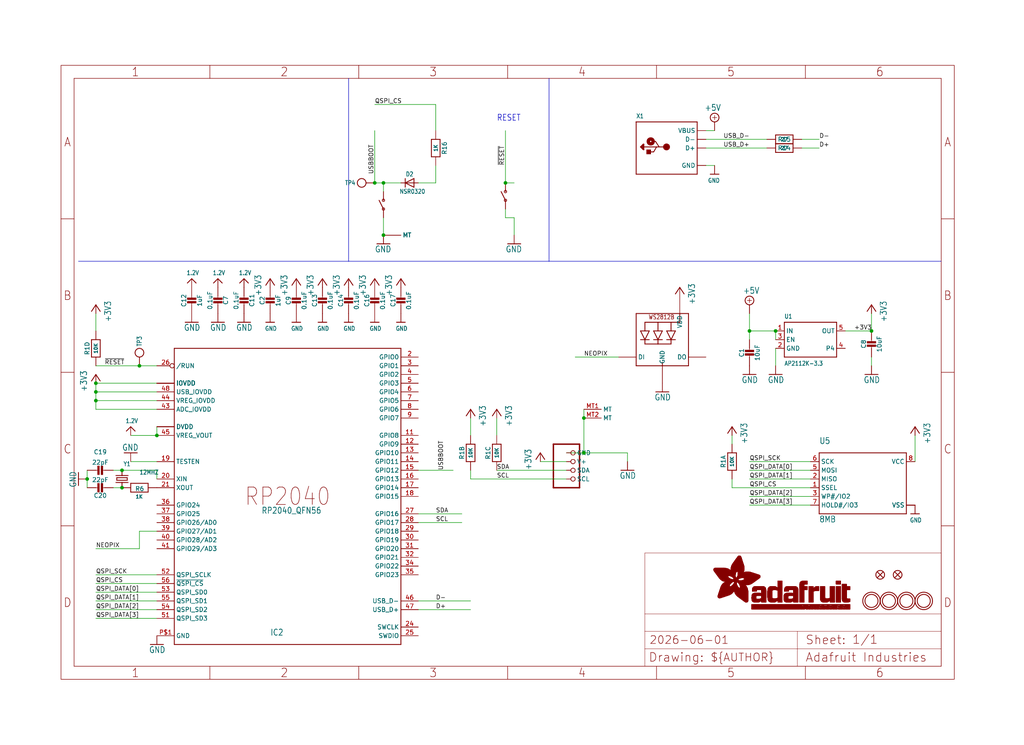
<source format=kicad_sch>
(kicad_sch (version 20230121) (generator eeschema)
  (paper "User" 298.45 217.322)
  (lib_symbols
    (symbol "working-eagle-import:+3V3" (power)
      (property "Value" "+3V3" (at -2.54 -5.08 90))
      (symbol "+3V3_1_0"
        (pin power_in line (at 0 -2.54 90) (length 2.54) (name "+3V3") (number "1"))
      )
    )
    (symbol "working-eagle-import:+5V" (power)
      (property "Value" "+5V" (at -1.905 3.175 0))
      (symbol "+5V_1_0"
        (pin power_in line (at 0 -2.54 90) (length 2.54) (name "+5V") (number "1"))
      )
    )
    (symbol "working-eagle-import:1.2V" (power)
      (property "Value" "1.2V" (at -1.524 1.016 0))
      (symbol "1.2V_1_0"
        (pin power_in line (at 0 -2.54 90) (length 2.54) (name "1.2V") (number "1"))
      )
    )
    (symbol "working-eagle-import:CAP_CERAMIC0603_NO"
      (property "Reference" "C" (at -2.29 1.25 90))
      (symbol "CAP_CERAMIC0603_NO_1_0"
        (pin passive line (at 0 5.08 270) (length 2.54) (name "1") (number "1"))
        (pin passive line (at 0 -2.54 90) (length 2.54) (name "2") (number "2"))
      )
    )
    (symbol "working-eagle-import:CAP_CERAMIC0805-NOOUTLINE"
      (property "Reference" "C" (at -2.29 1.25 90))
      (symbol "CAP_CERAMIC0805-NOOUTLINE_1_0"
        (pin passive line (at 0 5.08 270) (length 2.54) (name "1") (number "1"))
        (pin passive line (at 0 -2.54 90) (length 2.54) (name "2") (number "2"))
      )
    )
    (symbol "working-eagle-import:CAP_CERAMIC_0603MP"
      (property "Reference" "C" (at -2.29 1.25 90))
      (symbol "CAP_CERAMIC_0603MP_1_0"
        (pin passive line (at 0 5.08 270) (length 2.54) (name "1") (number "1"))
        (pin passive line (at 0 -2.54 90) (length 2.54) (name "2") (number "2"))
      )
    )
    (symbol "working-eagle-import:CRYSTAL2.5X2.0"
      (property "Reference" "Y" (at -2.54 2.54 0))
      (symbol "CRYSTAL2.5X2.0_1_0"
        (pin passive line (at -2.54 0 0) (length 0) (name "1") (number "1"))
        (pin passive line (at 2.54 0 180) (length 0) (name "2") (number "3"))
      )
    )
    (symbol "working-eagle-import:DIODE_SOD323MINI"
      (property "Reference" "D" (at 0 2.54 0))
      (symbol "DIODE_SOD323MINI_1_0"
        (pin passive line (at -2.54 0 0) (length 2.54) (name "A") (number "A"))
        (pin passive line (at 2.54 0 180) (length 2.54) (name "C") (number "C"))
      )
    )
    (symbol "working-eagle-import:FIDUCIAL_1MM")
    (symbol "working-eagle-import:FRAME_A4_ADAFRUIT"
      (symbol "FRAME_A4_ADAFRUIT_1_0"
        (text "${#}/${##}" (at 230.505 10.16 0) (effects (font (size 2.54 2.54)) (justify left bottom)))
        (text "${AUTHOR}" (at 189.23 5.08 0) (effects (font (size 2.286 2.286)) (justify left bottom)))
        (text "${CURRENT_DATE}" (at 171.45 10.16 0) (effects (font (size 2.286 2.286)) (justify left bottom)))
        (text "${PROJECTNAME}" (at 171.45 15.24 0) (effects (font (size 2.54 2.54)) (justify left bottom)))
        (text "1" (at 21.6958 1.905 0) (effects (font (size 2.54 2.286))))
        (text "1" (at 21.6958 177.165 0) (effects (font (size 2.54 2.286))))
        (text "2" (at 65.0875 1.905 0) (effects (font (size 2.54 2.286))))
        (text "2" (at 65.0875 177.165 0) (effects (font (size 2.54 2.286))))
        (text "3" (at 108.4792 1.905 0) (effects (font (size 2.54 2.286))))
        (text "3" (at 108.4792 177.165 0) (effects (font (size 2.54 2.286))))
        (text "4" (at 151.8708 1.905 0) (effects (font (size 2.54 2.286))))
        (text "4" (at 151.8708 177.165 0) (effects (font (size 2.54 2.286))))
        (text "5" (at 195.2625 1.905 0) (effects (font (size 2.54 2.286))))
        (text "5" (at 195.2625 177.165 0) (effects (font (size 2.54 2.286))))
        (text "6" (at 238.6542 1.905 0) (effects (font (size 2.54 2.286))))
        (text "6" (at 238.6542 177.165 0) (effects (font (size 2.54 2.286))))
        (text "A" (at 1.905 156.6863 0) (effects (font (size 2.54 2.286))))
        (text "A" (at 258.445 156.6863 0) (effects (font (size 2.54 2.286))))
        (text "Adafruit Industries" (at 216.916 4.953 0) (effects (font (size 2.54 2.54)) (justify left bottom)))
        (text "B" (at 1.905 111.9188 0) (effects (font (size 2.54 2.286))))
        (text "B" (at 258.445 111.9188 0) (effects (font (size 2.54 2.286))))
        (text "C" (at 1.905 67.1513 0) (effects (font (size 2.54 2.286))))
        (text "C" (at 258.445 67.1513 0) (effects (font (size 2.54 2.286))))
        (text "D" (at 1.905 22.3838 0) (effects (font (size 2.54 2.286))))
        (text "D" (at 258.445 22.3838 0) (effects (font (size 2.54 2.286))))
        (text "Drawing:" (at 171.196 4.953 0) (effects (font (size 2.54 2.54)) (justify left bottom)))
        (text "Sheet:" (at 216.916 10.033 0) (effects (font (size 2.54 2.54)) (justify left bottom)))
      )
    )
    (symbol "working-eagle-import:GND" (power)
      (property "Value" "GND" (at -2.54 -2.54 0))
      (symbol "GND_1_0"
        (pin power_in line (at 0 2.54 270) (length 2.54) (name "GND") (number "1"))
      )
    )
    (symbol "working-eagle-import:MOUNTINGHOLE2.5")
    (symbol "working-eagle-import:RESISTOR_0603_NOOUT"
      (property "Reference" "R" (at 0 2.54 0))
      (symbol "RESISTOR_0603_NOOUT_1_0"
        (pin passive line (at -5.08 0 0) (length 2.54) (name "1") (number "1"))
        (pin passive line (at 5.08 0 180) (length 2.54) (name "2") (number "2"))
      )
    )
    (symbol "working-eagle-import:RESISTOR_4PACK"
      (property "Reference" "R" (at 0 2.54 0))
      (symbol "RESISTOR_4PACK_1_0"
        (pin passive line (at -5.08 0 0) (length 2.54) (name "1") (number "1"))
        (pin passive line (at 5.08 0 180) (length 2.54) (name "2") (number "8"))
      )
      (symbol "RESISTOR_4PACK_2_0"
        (pin passive line (at -5.08 0 0) (length 2.54) (name "1") (number "2"))
        (pin passive line (at 5.08 0 180) (length 2.54) (name "2") (number "7"))
      )
      (symbol "RESISTOR_4PACK_3_0"
        (pin passive line (at -5.08 0 0) (length 2.54) (name "1") (number "3"))
        (pin passive line (at 5.08 0 180) (length 2.54) (name "2") (number "6"))
      )
      (symbol "RESISTOR_4PACK_4_0"
        (pin passive line (at -5.08 0 0) (length 2.54) (name "1") (number "4"))
        (pin passive line (at 5.08 0 180) (length 2.54) (name "2") (number "5"))
      )
    )
    (symbol "working-eagle-import:RP2040_QFN56"
      (property "Reference" "IC" (at -5.08 -40.64 0))
      (symbol "RP2040_QFN56_1_0"
        (text "RP2040" (at 0 0 0) (effects (font (size 5.08 4.318))))
        (pin power_in line (at -38.1 33.02 0) (length 5.08) (name "IOVDD") (number "1"))
        (pin power_in line (at -38.1 33.02 0) (length 5.08) (name "IOVDD") (number "10"))
        (pin bidirectional line (at 38.1 17.78 180) (length 5.08) (name "GPIO8") (number "11"))
        (pin bidirectional line (at 38.1 15.24 180) (length 5.08) (name "GPIO9") (number "12"))
        (pin bidirectional line (at 38.1 12.7 180) (length 5.08) (name "GPIO10") (number "13"))
        (pin bidirectional line (at 38.1 10.16 180) (length 5.08) (name "GPIO11") (number "14"))
        (pin bidirectional line (at 38.1 7.62 180) (length 5.08) (name "GPIO12") (number "15"))
        (pin bidirectional line (at 38.1 5.08 180) (length 5.08) (name "GPIO13") (number "16"))
        (pin bidirectional line (at 38.1 2.54 180) (length 5.08) (name "GPIO14") (number "17"))
        (pin bidirectional line (at 38.1 0 180) (length 5.08) (name "GPIO15") (number "18"))
        (pin input line (at -38.1 10.16 0) (length 5.08) (name "TESTEN") (number "19"))
        (pin bidirectional line (at 38.1 40.64 180) (length 5.08) (name "GPIO0") (number "2"))
        (pin input line (at -38.1 5.08 0) (length 5.08) (name "XIN") (number "20"))
        (pin output line (at -38.1 2.54 0) (length 5.08) (name "XOUT") (number "21"))
        (pin power_in line (at -38.1 33.02 0) (length 5.08) (name "IOVDD") (number "22"))
        (pin power_in line (at -38.1 20.32 0) (length 5.08) (name "DVDD") (number "23"))
        (pin bidirectional line (at 38.1 -38.1 180) (length 5.08) (name "SWCLK") (number "24"))
        (pin bidirectional line (at 38.1 -40.64 180) (length 5.08) (name "SWDIO") (number "25"))
        (pin bidirectional inverted (at -38.1 38.1 0) (length 5.08) (name "/RUN") (number "26"))
        (pin bidirectional line (at 38.1 -5.08 180) (length 5.08) (name "GPIO16") (number "27"))
        (pin bidirectional line (at 38.1 -7.62 180) (length 5.08) (name "GPIO17") (number "28"))
        (pin bidirectional line (at 38.1 -10.16 180) (length 5.08) (name "GPIO18") (number "29"))
        (pin bidirectional line (at 38.1 38.1 180) (length 5.08) (name "GPIO1") (number "3"))
        (pin bidirectional line (at 38.1 -12.7 180) (length 5.08) (name "GPIO19") (number "30"))
        (pin bidirectional line (at 38.1 -15.24 180) (length 5.08) (name "GPIO20") (number "31"))
        (pin bidirectional line (at 38.1 -17.78 180) (length 5.08) (name "GPIO21") (number "32"))
        (pin power_in line (at -38.1 33.02 0) (length 5.08) (name "IOVDD") (number "33"))
        (pin bidirectional line (at 38.1 -20.32 180) (length 5.08) (name "GPIO22") (number "34"))
        (pin bidirectional line (at 38.1 -22.86 180) (length 5.08) (name "GPIO23") (number "35"))
        (pin bidirectional line (at -38.1 -2.54 0) (length 5.08) (name "GPIO24") (number "36"))
        (pin bidirectional line (at -38.1 -5.08 0) (length 5.08) (name "GPIO25") (number "37"))
        (pin bidirectional line (at -38.1 -7.62 0) (length 5.08) (name "GPIO26/AD0") (number "38"))
        (pin bidirectional line (at -38.1 -10.16 0) (length 5.08) (name "GPIO27/AD1") (number "39"))
        (pin bidirectional line (at 38.1 35.56 180) (length 5.08) (name "GPIO2") (number "4"))
        (pin bidirectional line (at -38.1 -12.7 0) (length 5.08) (name "GPIO28/AD2") (number "40"))
        (pin bidirectional line (at -38.1 -15.24 0) (length 5.08) (name "GPIO29/AD3") (number "41"))
        (pin power_in line (at -38.1 33.02 0) (length 5.08) (name "IOVDD") (number "42"))
        (pin power_in line (at -38.1 25.4 0) (length 5.08) (name "ADC_IOVDD") (number "43"))
        (pin power_in line (at -38.1 27.94 0) (length 5.08) (name "VREG_IOVDD") (number "44"))
        (pin power_in line (at -38.1 17.78 0) (length 5.08) (name "VREG_VOUT") (number "45"))
        (pin bidirectional line (at 38.1 -30.48 180) (length 5.08) (name "USB_D-") (number "46"))
        (pin bidirectional line (at 38.1 -33.02 180) (length 5.08) (name "USB_D+") (number "47"))
        (pin power_in line (at -38.1 30.48 0) (length 5.08) (name "USB_IOVDD") (number "48"))
        (pin power_in line (at -38.1 33.02 0) (length 5.08) (name "IOVDD") (number "49"))
        (pin bidirectional line (at 38.1 33.02 180) (length 5.08) (name "GPIO3") (number "5"))
        (pin power_in line (at -38.1 20.32 0) (length 5.08) (name "DVDD") (number "50"))
        (pin bidirectional line (at -38.1 -35.56 0) (length 5.08) (name "QSPI_SD3") (number "51"))
        (pin bidirectional line (at -38.1 -22.86 0) (length 5.08) (name "QSPI_SCLK") (number "52"))
        (pin bidirectional line (at -38.1 -27.94 0) (length 5.08) (name "QSPI_SD0") (number "53"))
        (pin bidirectional line (at -38.1 -33.02 0) (length 5.08) (name "QSPI_SD2") (number "54"))
        (pin bidirectional line (at -38.1 -30.48 0) (length 5.08) (name "QSPI_SD1") (number "55"))
        (pin bidirectional line (at -38.1 -25.4 0) (length 5.08) (name "~{QSPI_CS}") (number "56"))
        (pin bidirectional line (at 38.1 30.48 180) (length 5.08) (name "GPIO4") (number "6"))
        (pin bidirectional line (at 38.1 27.94 180) (length 5.08) (name "GPIO5") (number "7"))
        (pin bidirectional line (at 38.1 25.4 180) (length 5.08) (name "GPIO6") (number "8"))
        (pin bidirectional line (at 38.1 22.86 180) (length 5.08) (name "GPIO7") (number "9"))
        (pin power_in line (at -38.1 -40.64 0) (length 5.08) (name "GND") (number "P$1"))
      )
    )
    (symbol "working-eagle-import:SPIFLASH_8PIN_4X4"
      (property "Reference" "U" (at -12.7 12.7 0))
      (symbol "SPIFLASH_8PIN_4X4_1_0"
        (pin bidirectional line (at -15.24 0 0) (length 2.54) (name "SSEL") (number "1"))
        (pin bidirectional line (at -15.24 2.54 0) (length 2.54) (name "MISO") (number "2"))
        (pin bidirectional line (at -15.24 -2.54 0) (length 2.54) (name "WP#/IO2") (number "3"))
        (pin bidirectional line (at 15.24 -5.08 180) (length 2.54) (name "VSS") (number "4"))
        (pin bidirectional line (at -15.24 5.08 0) (length 2.54) (name "MOSI") (number "5"))
        (pin bidirectional line (at -15.24 7.62 0) (length 2.54) (name "SCK") (number "6"))
        (pin bidirectional line (at -15.24 -5.08 0) (length 2.54) (name "HOLD#/IO3") (number "7"))
        (pin bidirectional line (at 15.24 7.62 180) (length 2.54) (name "VCC") (number "8"))
        (pin bidirectional line (at 15.24 -5.08 180) (length 2.54) (name "VSS") (number "PAD"))
      )
    )
    (symbol "working-eagle-import:STEMMA_I2C_QTSKINNY"
      (symbol "STEMMA_I2C_QTSKINNY_1_0"
        (pin passive inverted (at 0 5.08 0) (length 2.54) (name "GND") (number "1"))
        (pin passive inverted (at 0 2.54 0) (length 2.54) (name "V+") (number "2"))
        (pin passive inverted (at 0 0 0) (length 2.54) (name "SDA") (number "3"))
        (pin passive inverted (at 0 -2.54 0) (length 2.54) (name "SCL") (number "4"))
      )
      (symbol "STEMMA_I2C_QTSKINNY_2_0"
        (pin bidirectional line (at 0 0 0) (length 5.08) (name "MT") (number "MT1"))
      )
      (symbol "STEMMA_I2C_QTSKINNY_3_0"
        (pin bidirectional line (at 0 0 0) (length 5.08) (name "MT") (number "MT2"))
      )
    )
    (symbol "working-eagle-import:SWITCH_SPST_TACT_RA"
      (symbol "SWITCH_SPST_TACT_RA_1_0"
        (pin passive line (at -5.08 0 0) (length 2.54) (name "P") (number "1"))
        (pin passive line (at 2.54 0 180) (length 2.54) (name "S") (number "2"))
      )
      (symbol "SWITCH_SPST_TACT_RA_2_0"
        (pin bidirectional line (at 0 0 0) (length 5.08) (name "MT") (number "MT1"))
        (pin bidirectional line (at 0 0 0) (length 5.08) (name "MT") (number "MT2"))
      )
    )
    (symbol "working-eagle-import:TESTPOINTROUND1.5MMNO"
      (property "Reference" "TP" (at 0 5.588 90))
      (symbol "TESTPOINTROUND1.5MMNO_1_0"
        (pin bidirectional line (at 0 0 90) (length 2.54) (name "P$1") (number "P$1"))
      )
    )
    (symbol "working-eagle-import:USB_TYPEAPCB"
      (property "Reference" "X" (at -10.16 8.636 0))
      (symbol "USB_TYPEAPCB_1_0"
        (pin power_in line (at 10.16 -5.08 180) (length 2.54) (name "GND") (number "GND"))
        (pin bidirectional line (at 10.16 2.54 180) (length 2.54) (name "D-") (number "USB_NEG"))
        (pin bidirectional line (at 10.16 0 180) (length 2.54) (name "D+") (number "USB_PLUS"))
        (pin power_in line (at 10.16 5.08 180) (length 2.54) (name "VBUS") (number "VCC"))
      )
    )
    (symbol "working-eagle-import:VREG_SOT23-5"
      (property "Reference" "U" (at -7.62 6.096 0))
      (symbol "VREG_SOT23-5_1_0"
        (pin power_in line (at -10.16 2.54 0) (length 2.54) (name "IN") (number "1"))
        (pin power_in line (at -10.16 -2.54 0) (length 2.54) (name "GND") (number "2"))
        (pin input line (at -10.16 0 0) (length 2.54) (name "EN") (number "3"))
        (pin bidirectional line (at 10.16 -2.54 180) (length 2.54) (name "P4") (number "4"))
        (pin power_in line (at 10.16 2.54 180) (length 2.54) (name "OUT") (number "5"))
      )
    )
    (symbol "working-eagle-import:WS2812B_SK6805_1515"
      (symbol "WS2812B_SK6805_1515_1_0"
        (text "WS2812B" (at -4.064 8.382 0) (effects (font (size 1.27 1.0795)) (justify left bottom)))
        (pin input line (at -12.7 -2.54 0) (length 5.08) (name "DI") (number "1"))
        (pin power_in line (at 5.08 15.24 270) (length 5.08) (name "VDD") (number "2"))
        (pin output line (at 12.7 -2.54 180) (length 5.08) (name "DO") (number "3"))
        (pin power_in line (at 0 -10.16 90) (length 5.08) (name "GND") (number "4"))
      )
    )
    (symbol "working-eagle-import:microbuilder_GND" (power)
      (property "Value" "microbuilder_GND" (at -1.524 -2.54 0))
      (symbol "microbuilder_GND_1_0"
        (pin power_in line (at 0 2.54 270) (length 2.54) (name "GND") (number "1"))
      )
    )
  )
  (junction (at 40.64 106.68))
  (junction (at 27.94 116.84))
  (junction (at 218.44 96.52))
  (junction (at 27.94 111.76))
  (junction (at 226.06 96.52))
  (junction (at 27.94 114.3))
  (junction (at 35.56 142.24))
  (junction (at 111.76 68.58))
  (junction (at 35.56 137.16))
  (junction (at 254 96.52))
  (junction (at 147.32 53.34))
  (junction (at 25.4 139.7))
  (junction (at 170.18 132.08))
  (junction (at 170.18 121.92))
  (junction (at 109.22 53.34))
  (junction (at 111.76 53.34))
  (junction (at 45.72 127))
  (wire (pts (xy 205.74 38.1) (xy 208.28 38.1)) (stroke (width 0.1524)))
  (wire (pts (xy 205.74 43.18) (xy 223.52 43.18)) (stroke (width 0.1524)))
  (wire (pts (xy 137.16 121.92) (xy 137.16 127)) (stroke (width 0.1524)))
  (wire (pts (xy 27.94 91.44) (xy 27.94 96.52)) (stroke (width 0.1524)))
  (wire (pts (xy 147.32 63.5) (xy 149.86 63.5)) (stroke (width 0.1524)))
  (wire (pts (xy 127 53.34) (xy 127 48.26)) (stroke (width 0.1524)))
  (wire (pts (xy 121.92 175.26) (xy 137.16 175.26)) (stroke (width 0.1524)))
  (wire (pts (xy 35.56 137.16) (xy 33.02 137.16)) (stroke (width 0.1524)))
  (wire (pts (xy 223.52 40.64) (xy 205.74 40.64)) (stroke (width 0.1524)))
  (wire (pts (xy 213.36 139.7) (xy 213.36 142.24)) (stroke (width 0.1524)))
  (wire (pts (xy 111.76 53.34) (xy 116.84 53.34)) (stroke (width 0.1524)))
  (wire (pts (xy 127 30.48) (xy 109.22 30.48)) (stroke (width 0.1524)))
  (wire (pts (xy 121.92 152.4) (xy 134.62 152.4)) (stroke (width 0.1524)))
  (wire (pts (xy 40.64 106.68) (xy 27.94 106.68)) (stroke (width 0.1524)))
  (wire (pts (xy 40.64 154.94) (xy 40.64 160.02)) (stroke (width 0.1524)))
  (wire (pts (xy 170.18 132.08) (xy 182.88 132.08)) (stroke (width 0.1524)))
  (wire (pts (xy 149.86 53.34) (xy 147.32 53.34)) (stroke (width 0.1524)))
  (wire (pts (xy 109.22 53.34) (xy 111.76 53.34)) (stroke (width 0.1524)))
  (wire (pts (xy 45.72 154.94) (xy 40.64 154.94)) (stroke (width 0.1524)))
  (wire (pts (xy 213.36 127) (xy 213.36 129.54)) (stroke (width 0.1524)))
  (wire (pts (xy 38.1 127) (xy 45.72 127)) (stroke (width 0.1524)))
  (wire (pts (xy 147.32 60.96) (xy 147.32 63.5)) (stroke (width 0.1524)))
  (wire (pts (xy 27.94 177.8) (xy 45.72 177.8)) (stroke (width 0.1524)))
  (wire (pts (xy 165.1 137.16) (xy 144.78 137.16)) (stroke (width 0.1524)))
  (wire (pts (xy 45.72 134.62) (xy 38.1 134.62)) (stroke (width 0.1524)))
  (wire (pts (xy 45.72 170.18) (xy 27.94 170.18)) (stroke (width 0.1524)))
  (wire (pts (xy 236.22 144.78) (xy 218.44 144.78)) (stroke (width 0.1524)))
  (wire (pts (xy 27.94 119.38) (xy 27.94 116.84)) (stroke (width 0.1524)))
  (wire (pts (xy 233.68 43.18) (xy 238.76 43.18)) (stroke (width 0.1524)))
  (wire (pts (xy 170.18 119.38) (xy 170.18 121.92)) (stroke (width 0.1524)))
  (polyline (pts (xy 274.32 76.2) (xy 160.02 76.2)) (stroke (width 0.1524) (type solid)))
  (wire (pts (xy 218.44 91.44) (xy 218.44 96.52)) (stroke (width 0.1524)))
  (wire (pts (xy 149.86 63.5) (xy 149.86 68.58)) (stroke (width 0.1524)))
  (wire (pts (xy 27.94 116.84) (xy 27.94 114.3)) (stroke (width 0.1524)))
  (wire (pts (xy 165.1 139.7) (xy 137.16 139.7)) (stroke (width 0.1524)))
  (wire (pts (xy 111.76 63.5) (xy 111.76 68.58)) (stroke (width 0.1524)))
  (wire (pts (xy 109.22 53.34) (xy 109.22 38.1)) (stroke (width 0.1524)))
  (wire (pts (xy 238.76 40.64) (xy 233.68 40.64)) (stroke (width 0.1524)))
  (wire (pts (xy 218.44 137.16) (xy 236.22 137.16)) (stroke (width 0.1524)))
  (wire (pts (xy 45.72 137.16) (xy 45.72 139.7)) (stroke (width 0.1524)))
  (wire (pts (xy 45.72 167.64) (xy 27.94 167.64)) (stroke (width 0.1524)))
  (polyline (pts (xy 160.02 76.2) (xy 101.6 76.2)) (stroke (width 0.1524) (type solid)))
  (wire (pts (xy 40.64 160.02) (xy 27.94 160.02)) (stroke (width 0.1524)))
  (polyline (pts (xy 160.02 76.2) (xy 160.02 22.86)) (stroke (width 0.1524) (type solid)))
  (wire (pts (xy 111.76 55.88) (xy 111.76 53.34)) (stroke (width 0.1524)))
  (wire (pts (xy 236.22 139.7) (xy 218.44 139.7)) (stroke (width 0.1524)))
  (wire (pts (xy 27.94 172.72) (xy 45.72 172.72)) (stroke (width 0.1524)))
  (wire (pts (xy 226.06 101.6) (xy 226.06 106.68)) (stroke (width 0.1524)))
  (wire (pts (xy 35.56 137.16) (xy 45.72 137.16)) (stroke (width 0.1524)))
  (wire (pts (xy 218.44 147.32) (xy 236.22 147.32)) (stroke (width 0.1524)))
  (wire (pts (xy 45.72 106.68) (xy 40.64 106.68)) (stroke (width 0.1524)))
  (wire (pts (xy 25.4 142.24) (xy 25.4 139.7)) (stroke (width 0.1524)))
  (wire (pts (xy 121.92 149.86) (xy 134.62 149.86)) (stroke (width 0.1524)))
  (wire (pts (xy 45.72 116.84) (xy 27.94 116.84)) (stroke (width 0.1524)))
  (wire (pts (xy 236.22 134.62) (xy 218.44 134.62)) (stroke (width 0.1524)))
  (wire (pts (xy 246.38 96.52) (xy 254 96.52)) (stroke (width 0.1524)))
  (wire (pts (xy 45.72 114.3) (xy 27.94 114.3)) (stroke (width 0.1524)))
  (wire (pts (xy 33.02 142.24) (xy 35.56 142.24)) (stroke (width 0.1524)))
  (wire (pts (xy 205.74 48.26) (xy 208.28 48.26)) (stroke (width 0.1524)))
  (wire (pts (xy 254 91.44) (xy 254 96.52)) (stroke (width 0.1524)))
  (wire (pts (xy 27.94 114.3) (xy 27.94 111.76)) (stroke (width 0.1524)))
  (wire (pts (xy 27.94 180.34) (xy 45.72 180.34)) (stroke (width 0.1524)))
  (wire (pts (xy 45.72 119.38) (xy 27.94 119.38)) (stroke (width 0.1524)))
  (wire (pts (xy 121.92 137.16) (xy 132.08 137.16)) (stroke (width 0.1524)))
  (polyline (pts (xy 22.86 76.2) (xy 101.6 76.2)) (stroke (width 0.1524) (type solid)))
  (wire (pts (xy 218.44 99.06) (xy 218.44 96.52)) (stroke (width 0.1524)))
  (wire (pts (xy 165.1 132.08) (xy 170.18 132.08)) (stroke (width 0.1524)))
  (wire (pts (xy 121.92 177.8) (xy 137.16 177.8)) (stroke (width 0.1524)))
  (wire (pts (xy 27.94 175.26) (xy 45.72 175.26)) (stroke (width 0.1524)))
  (wire (pts (xy 144.78 121.92) (xy 144.78 127)) (stroke (width 0.1524)))
  (wire (pts (xy 147.32 53.34) (xy 147.32 38.1)) (stroke (width 0.1524)))
  (wire (pts (xy 226.06 99.06) (xy 226.06 96.52)) (stroke (width 0.1524)))
  (wire (pts (xy 137.16 139.7) (xy 137.16 137.16)) (stroke (width 0.1524)))
  (wire (pts (xy 254 106.68) (xy 254 104.14)) (stroke (width 0.1524)))
  (polyline (pts (xy 101.6 76.2) (xy 101.6 22.86)) (stroke (width 0.1524) (type solid)))
  (wire (pts (xy 182.88 132.08) (xy 182.88 134.62)) (stroke (width 0.1524)))
  (wire (pts (xy 127 38.1) (xy 127 30.48)) (stroke (width 0.1524)))
  (wire (pts (xy 25.4 139.7) (xy 25.4 137.16)) (stroke (width 0.1524)))
  (wire (pts (xy 45.72 111.76) (xy 27.94 111.76)) (stroke (width 0.1524)))
  (wire (pts (xy 45.72 124.46) (xy 45.72 127)) (stroke (width 0.1524)))
  (wire (pts (xy 218.44 96.52) (xy 226.06 96.52)) (stroke (width 0.1524)))
  (wire (pts (xy 180.34 104.14) (xy 167.64 104.14)) (stroke (width 0.1524)))
  (wire (pts (xy 165.1 134.62) (xy 157.48 134.62)) (stroke (width 0.1524)))
  (wire (pts (xy 121.92 53.34) (xy 127 53.34)) (stroke (width 0.1524)))
  (wire (pts (xy 213.36 142.24) (xy 236.22 142.24)) (stroke (width 0.1524)))
  (wire (pts (xy 266.7 127) (xy 266.7 134.62)) (stroke (width 0.1524)))
  (wire (pts (xy 170.18 121.92) (xy 170.18 132.08)) (stroke (width 0.1524)))
  (text "RESET" (at 144.78 35.56 0) (effects (font (size 1.778 1.5113)) (justify left bottom)))
  (label "~{RESET}" (at 147.32 48.26 90) (effects (font (size 1.2446 1.2446))))
  (label "USBBOOT" (at 109.22 50.8 90) (effects (font (size 1.2446 1.2446))))
  (label "USB_D-" (at 210.82 40.64 0) (effects (font (size 1.2446 1.2446))))
  (label "QSPI_DATA[0]" (at 27.94 172.72 0) (effects (font (size 1.2446 1.2446))))
  (label "QSPI_DATA[1]" (at 27.94 175.26 0) (effects (font (size 1.2446 1.2446))))
  (label "QSPI_SCK" (at 27.94 167.64 0) (effects (font (size 1.2446 1.2446))))
  (label "USB_D+" (at 210.82 43.18 0) (effects (font (size 1.2446 1.2446))))
  (label "SDA" (at 127 149.86 0) (effects (font (size 1.2446 1.2446))))
  (label "D-" (at 238.76 40.64 0) (effects (font (size 1.2446 1.2446))))
  (label "D+" (at 127 177.8 0) (effects (font (size 1.2446 1.2446))))
  (label "~{RESET}" (at 30.48 106.68 0) (effects (font (size 1.2446 1.2446))))
  (label "NEOPIX" (at 170.18 104.14 0) (effects (font (size 1.2446 1.2446))))
  (label "SCL" (at 144.78 139.7 0) (effects (font (size 1.2446 1.2446))))
  (label "QSPI_DATA[3]" (at 218.44 147.32 0) (effects (font (size 1.2446 1.2446))))
  (label "QSPI_DATA[2]" (at 27.94 177.8 0) (effects (font (size 1.2446 1.2446))))
  (label "QSPI_CS" (at 27.94 170.18 0) (effects (font (size 1.2446 1.2446))))
  (label "SDA" (at 144.78 137.16 0) (effects (font (size 1.2446 1.2446))))
  (label "QSPI_DATA[2]" (at 218.44 144.78 0) (effects (font (size 1.2446 1.2446))))
  (label "QSPI_SCK" (at 218.44 134.62 0) (effects (font (size 1.2446 1.2446))))
  (label "NEOPIX" (at 27.94 160.02 0) (effects (font (size 1.2446 1.2446))))
  (label "SCL" (at 127 152.4 0) (effects (font (size 1.2446 1.2446))))
  (label "D+" (at 238.76 43.18 0) (effects (font (size 1.2446 1.2446))))
  (label "USBBOOT" (at 129.54 137.16 90) (effects (font (size 1.2446 1.2446))))
  (label "QSPI_DATA[3]" (at 27.94 180.34 0) (effects (font (size 1.2446 1.2446))))
  (label "QSPI_CS" (at 109.22 30.48 0) (effects (font (size 1.2446 1.2446))))
  (label "+3V3" (at 248.92 96.52 0) (effects (font (size 1.2446 1.2446))))
  (label "QSPI_DATA[0]" (at 218.44 137.16 0) (effects (font (size 1.2446 1.2446))))
  (label "D-" (at 127 175.26 0) (effects (font (size 1.2446 1.2446))))
  (label "QSPI_CS" (at 218.44 142.24 0) (effects (font (size 1.2446 1.2446))))
  (label "QSPI_DATA[1]" (at 218.44 139.7 0) (effects (font (size 1.2446 1.2446))))
  (symbol (lib_id "working-eagle-import:RESISTOR_0603_NOOUT") (at 228.6 40.64 0) (unit 1)
    (property "Reference" "R14" (at 228.6 43.18 0))
    (property "Value" "27" (at 228.6 40.64 0) (effects (font (size 1.016 1.016) bold)))
    (property "Footprint" "working:0603-NO" (effects hide))
  )
  (symbol (lib_id "working-eagle-import:+3V3") (at 198.12 83.82 0) (mirror y) (unit 1)
    (property "Reference" "#+3V2" (effects hide))
    (property "Value" "+3V3" (at 200.66 88.9 90) (effects (font (size 1.778 1.5113)) (justify left bottom)))
  )
  (symbol (lib_id "working-eagle-import:GND") (at 149.86 71.12 0) (unit 1)
    (property "Reference" "#GND4" (effects hide))
    (property "Value" "GND" (at 147.32 73.66 0) (effects (font (size 1.778 1.5113)) (justify left bottom)))
  )
  (symbol (lib_id "working-eagle-import:CAP_CERAMIC0603_NO") (at 86.36 88.9 0) (unit 1)
    (property "Reference" "C9" (at 84.07 87.65 90))
    (property "Value" "0.1uF" (at 88.66 87.65 90))
    (property "Footprint" "working:0603-NO" (effects hide))
  )
  (symbol (lib_id "working-eagle-import:microbuilder_GND") (at 266.7 149.86 0) (unit 1)
    (property "Reference" "#U$26" (effects hide))
    (property "Value" "GND" (at 265.176 152.4 0) (effects (font (size 1.27 1.0795)) (justify left bottom)))
  )
  (symbol (lib_id "working-eagle-import:CAP_CERAMIC0603_NO") (at 109.22 88.9 0) (unit 1)
    (property "Reference" "C16" (at 106.93 87.65 90))
    (property "Value" "0.1uF" (at 111.52 87.65 90))
    (property "Footprint" "working:0603-NO" (effects hide))
  )
  (symbol (lib_id "working-eagle-import:STEMMA_I2C_QTSKINNY") (at 170.18 121.92 0) (unit 3)
    (property "Reference" "CONN1" (effects hide))
    (property "Value" "STEMMA_I2C_QTSKINNY" (effects hide))
    (property "Footprint" "working:JST_SH4_SKINNY" (effects hide))
  )
  (symbol (lib_id "working-eagle-import:+3V3") (at 116.84 81.28 0) (unit 1)
    (property "Reference" "#+3V16" (effects hide))
    (property "Value" "+3V3" (at 114.3 86.36 90) (effects (font (size 1.778 1.5113)) (justify left bottom)))
  )
  (symbol (lib_id "working-eagle-import:GND") (at 55.88 93.98 0) (mirror y) (unit 1)
    (property "Reference" "#GND21" (effects hide))
    (property "Value" "GND" (at 58.42 96.52 0) (effects (font (size 1.778 1.5113)) (justify left bottom)))
  )
  (symbol (lib_id "working-eagle-import:+5V") (at 208.28 35.56 0) (mirror y) (unit 1)
    (property "Reference" "#SUPPLY2" (effects hide))
    (property "Value" "+5V" (at 210.185 32.385 0) (effects (font (size 1.778 1.5113)) (justify left bottom)))
  )
  (symbol (lib_id "working-eagle-import:GND") (at 38.1 132.08 0) (mirror x) (unit 1)
    (property "Reference" "#GND13" (effects hide))
    (property "Value" "GND" (at 35.56 129.54 0) (effects (font (size 1.778 1.5113)) (justify left bottom)))
  )
  (symbol (lib_id "working-eagle-import:1.2V") (at 38.1 124.46 0) (unit 1)
    (property "Reference" "#U$40" (effects hide))
    (property "Value" "1.2V" (at 36.576 123.444 0) (effects (font (size 1.27 1.0795)) (justify left bottom)))
  )
  (symbol (lib_id "working-eagle-import:+3V3") (at 144.78 119.38 0) (mirror y) (unit 1)
    (property "Reference" "#+3V14" (effects hide))
    (property "Value" "+3V3" (at 147.32 124.46 90) (effects (font (size 1.778 1.5113)) (justify left bottom)))
  )
  (symbol (lib_id "working-eagle-import:CAP_CERAMIC0805-NOOUTLINE") (at 254 101.6 0) (unit 1)
    (property "Reference" "C8" (at 251.71 100.35 90))
    (property "Value" "10uF" (at 256.3 100.35 90))
    (property "Footprint" "working:0805-NO" (effects hide))
  )
  (symbol (lib_id "working-eagle-import:microbuilder_GND") (at 101.6 93.98 0) (unit 1)
    (property "Reference" "#U$50" (effects hide))
    (property "Value" "GND" (at 100.076 96.52 0) (effects (font (size 1.27 1.0795)) (justify left bottom)))
  )
  (symbol (lib_id "working-eagle-import:1.2V") (at 55.88 81.28 0) (unit 1)
    (property "Reference" "#U$46" (effects hide))
    (property "Value" "1.2V" (at 54.356 80.264 0) (effects (font (size 1.27 1.0795)) (justify left bottom)))
  )
  (symbol (lib_id "working-eagle-import:SWITCH_SPST_TACT_RA") (at 111.76 58.42 90) (unit 1)
    (property "Reference" "SW3" (effects hide))
    (property "Value" "SWITCH_SPST_TACT_RA" (effects hide))
    (property "Footprint" "working:SPST_TACTILE_RA" (effects hide))
  )
  (symbol (lib_id "working-eagle-import:+3V3") (at 86.36 81.28 0) (unit 1)
    (property "Reference" "#+3V11" (effects hide))
    (property "Value" "+3V3" (at 83.82 86.36 90) (effects (font (size 1.778 1.5113)) (justify left bottom)))
  )
  (symbol (lib_id "working-eagle-import:GND") (at 71.12 93.98 0) (mirror y) (unit 1)
    (property "Reference" "#GND20" (effects hide))
    (property "Value" "GND" (at 73.66 96.52 0) (effects (font (size 1.778 1.5113)) (justify left bottom)))
  )
  (symbol (lib_id "working-eagle-import:CAP_CERAMIC0603_NO") (at 116.84 88.9 0) (unit 1)
    (property "Reference" "C17" (at 114.55 87.65 90))
    (property "Value" "0.1uF" (at 119.14 87.65 90))
    (property "Footprint" "working:0603-NO" (effects hide))
  )
  (symbol (lib_id "working-eagle-import:FRAME_A4_ADAFRUIT") (at 17.78 198.12 0) (unit 1)
    (property "Reference" "#U$42" (effects hide))
    (property "Value" "FRAME_A4_ADAFRUIT" (effects hide))
  )
  (symbol (lib_id "working-eagle-import:MOUNTINGHOLE2.5") (at 269.24 175.26 0) (unit 1)
    (property "Reference" "U$5" (effects hide))
    (property "Value" "MOUNTINGHOLE2.5" (effects hide))
    (property "Footprint" "working:MOUNTINGHOLE_2.5_PLATED" (effects hide))
  )
  (symbol (lib_id "working-eagle-import:GND") (at 63.5 93.98 0) (mirror y) (unit 1)
    (property "Reference" "#GND19" (effects hide))
    (property "Value" "GND" (at 66.04 96.52 0) (effects (font (size 1.778 1.5113)) (justify left bottom)))
  )
  (symbol (lib_id "working-eagle-import:CAP_CERAMIC0603_NO") (at 71.12 86.36 180) (unit 1)
    (property "Reference" "C11" (at 73.41 87.61 90))
    (property "Value" "0.1uF" (at 68.82 87.61 90))
    (property "Footprint" "working:0603-NO" (effects hide))
  )
  (symbol (lib_id "working-eagle-import:TESTPOINTROUND1.5MMNO") (at 109.22 53.34 90) (unit 1)
    (property "Reference" "TP4" (at 103.632 53.34 90) (effects (font (size 1.27 1.0795)) (justify left)))
    (property "Value" "TESTPOINTROUND1.5MMNO" (effects hide))
    (property "Footprint" "working:TESTPOINT_ROUND_1.5MM_NO" (effects hide))
  )
  (symbol (lib_id "working-eagle-import:+3V3") (at 93.98 81.28 0) (unit 1)
    (property "Reference" "#+3V12" (effects hide))
    (property "Value" "+3V3" (at 91.44 86.36 90) (effects (font (size 1.778 1.5113)) (justify left bottom)))
  )
  (symbol (lib_id "working-eagle-import:CAP_CERAMIC0603_NO") (at 30.48 137.16 90) (unit 1)
    (property "Reference" "C19" (at 29.23 131.83 90))
    (property "Value" "22pF" (at 29.23 134.86 90))
    (property "Footprint" "working:0603-NO" (effects hide))
  )
  (symbol (lib_id "working-eagle-import:CAP_CERAMIC0603_NO") (at 55.88 88.9 0) (unit 1)
    (property "Reference" "C12" (at 53.59 87.65 90))
    (property "Value" "1uF" (at 58.18 87.65 90))
    (property "Footprint" "working:0603-NO" (effects hide))
  )
  (symbol (lib_id "working-eagle-import:CAP_CERAMIC0603_NO") (at 30.48 142.24 90) (unit 1)
    (property "Reference" "C20" (at 29.23 144.53 90))
    (property "Value" "22pF" (at 29.23 139.94 90))
    (property "Footprint" "working:0603-NO" (effects hide))
  )
  (symbol (lib_id "working-eagle-import:FIDUCIAL_1MM") (at 261.62 167.64 0) (unit 1)
    (property "Reference" "U$6" (effects hide))
    (property "Value" "FIDUCIAL_1MM" (effects hide))
    (property "Footprint" "working:FIDUCIAL_1MM" (effects hide))
  )
  (symbol (lib_id "working-eagle-import:RESISTOR_4PACK") (at 137.16 132.08 90) (unit 2)
    (property "Reference" "R1" (at 134.62 132.08 0))
    (property "Value" "10K" (at 137.16 132.08 0) (effects (font (size 1.016 1.016) bold)))
    (property "Footprint" "working:RESPACK_4X0603" (effects hide))
  )
  (symbol (lib_id "working-eagle-import:1.2V") (at 63.5 81.28 0) (unit 1)
    (property "Reference" "#U$43" (effects hide))
    (property "Value" "1.2V" (at 61.976 80.264 0) (effects (font (size 1.27 1.0795)) (justify left bottom)))
  )
  (symbol (lib_id "working-eagle-import:STEMMA_I2C_QTSKINNY") (at 165.1 137.16 0) (unit 1)
    (property "Reference" "CONN1" (effects hide))
    (property "Value" "STEMMA_I2C_QTSKINNY" (effects hide))
    (property "Footprint" "working:JST_SH4_SKINNY" (effects hide))
  )
  (symbol (lib_id "working-eagle-import:microbuilder_GND") (at 208.28 50.8 0) (mirror y) (unit 1)
    (property "Reference" "#U$41" (effects hide))
    (property "Value" "GND" (at 209.804 53.34 0) (effects (font (size 1.27 1.0795)) (justify left bottom)))
  )
  (symbol (lib_id "working-eagle-import:+3V3") (at 157.48 132.08 0) (unit 1)
    (property "Reference" "#+3V4" (effects hide))
    (property "Value" "+3V3" (at 154.94 137.16 90) (effects (font (size 1.778 1.5113)) (justify left bottom)))
  )
  (symbol (lib_id "working-eagle-import:microbuilder_GND") (at 109.22 93.98 0) (unit 1)
    (property "Reference" "#U$52" (effects hide))
    (property "Value" "GND" (at 107.696 96.52 0) (effects (font (size 1.27 1.0795)) (justify left bottom)))
  )
  (symbol (lib_id "working-eagle-import:1.2V") (at 71.12 81.28 0) (unit 1)
    (property "Reference" "#U$45" (effects hide))
    (property "Value" "1.2V" (at 69.596 80.264 0) (effects (font (size 1.27 1.0795)) (justify left bottom)))
  )
  (symbol (lib_id "working-eagle-import:RESISTOR_0603_NOOUT") (at 228.6 43.18 0) (unit 1)
    (property "Reference" "R15" (at 228.6 40.64 0))
    (property "Value" "27" (at 228.6 43.18 0) (effects (font (size 1.016 1.016) bold)))
    (property "Footprint" "working:0603-NO" (effects hide))
  )
  (symbol (lib_id "working-eagle-import:WS2812B_SK6805_1515") (at 193.04 101.6 0) (unit 1)
    (property "Reference" "LED1" (effects hide))
    (property "Value" "WS2812B_SK6805_1515" (effects hide))
    (property "Footprint" "working:SK6805_1515" (effects hide))
  )
  (symbol (lib_id "working-eagle-import:RESISTOR_4PACK") (at 144.78 132.08 90) (unit 3)
    (property "Reference" "R1" (at 142.24 132.08 0))
    (property "Value" "10K" (at 144.78 132.08 0) (effects (font (size 1.016 1.016) bold)))
    (property "Footprint" "working:RESPACK_4X0603" (effects hide))
  )
  (symbol (lib_id "working-eagle-import:STEMMA_I2C_QTSKINNY") (at 170.18 119.38 0) (unit 2)
    (property "Reference" "CONN1" (effects hide))
    (property "Value" "STEMMA_I2C_QTSKINNY" (effects hide))
    (property "Footprint" "working:JST_SH4_SKINNY" (effects hide))
  )
  (symbol (lib_id "working-eagle-import:+3V3") (at 27.94 109.22 0) (unit 1)
    (property "Reference" "#+3V6" (effects hide))
    (property "Value" "+3V3" (at 25.4 114.3 90) (effects (font (size 1.778 1.5113)) (justify left bottom)))
  )
  (symbol (lib_id "working-eagle-import:microbuilder_GND") (at 78.74 93.98 0) (unit 1)
    (property "Reference" "#U$3" (effects hide))
    (property "Value" "GND" (at 77.216 96.52 0) (effects (font (size 1.27 1.0795)) (justify left bottom)))
  )
  (symbol (lib_id "working-eagle-import:GND") (at 45.72 187.96 0) (mirror y) (unit 1)
    (property "Reference" "#GND16" (effects hide))
    (property "Value" "GND" (at 48.26 190.5 0) (effects (font (size 1.778 1.5113)) (justify left bottom)))
  )
  (symbol (lib_id "working-eagle-import:MOUNTINGHOLE2.5") (at 254 175.26 0) (unit 1)
    (property "Reference" "U$1" (effects hide))
    (property "Value" "MOUNTINGHOLE2.5" (effects hide))
    (property "Footprint" "working:MOUNTINGHOLE_2.5_PLATED" (effects hide))
  )
  (symbol (lib_id "working-eagle-import:GND") (at 218.44 109.22 0) (mirror y) (unit 1)
    (property "Reference" "#GND3" (effects hide))
    (property "Value" "GND" (at 220.98 111.76 0) (effects (font (size 1.778 1.5113)) (justify left bottom)))
  )
  (symbol (lib_id "working-eagle-import:+3V3") (at 27.94 88.9 0) (mirror y) (unit 1)
    (property "Reference" "#+3V3" (effects hide))
    (property "Value" "+3V3" (at 30.48 93.98 90) (effects (font (size 1.778 1.5113)) (justify left bottom)))
  )
  (symbol (lib_id "working-eagle-import:microbuilder_GND") (at 116.84 93.98 0) (unit 1)
    (property "Reference" "#U$53" (effects hide))
    (property "Value" "GND" (at 115.316 96.52 0) (effects (font (size 1.27 1.0795)) (justify left bottom)))
  )
  (symbol (lib_id "working-eagle-import:microbuilder_GND") (at 86.36 93.98 0) (unit 1)
    (property "Reference" "#U$48" (effects hide))
    (property "Value" "GND" (at 84.836 96.52 0) (effects (font (size 1.27 1.0795)) (justify left bottom)))
  )
  (symbol (lib_id "working-eagle-import:GND") (at 182.88 137.16 0) (mirror y) (unit 1)
    (property "Reference" "#GND8" (effects hide))
    (property "Value" "GND" (at 185.42 139.7 0) (effects (font (size 1.778 1.5113)) (justify left bottom)))
  )
  (symbol (lib_id "working-eagle-import:RESISTOR_4PACK") (at 213.36 134.62 90) (unit 1)
    (property "Reference" "R1" (at 210.82 134.62 0))
    (property "Value" "10K" (at 213.36 134.62 0) (effects (font (size 1.016 1.016) bold)))
    (property "Footprint" "working:RESPACK_4X0603" (effects hide))
  )
  (symbol (lib_id "working-eagle-import:+3V3") (at 254 88.9 0) (mirror y) (unit 1)
    (property "Reference" "#+3V1" (effects hide))
    (property "Value" "+3V3" (at 256.54 93.98 90) (effects (font (size 1.778 1.5113)) (justify left bottom)))
  )
  (symbol (lib_id "working-eagle-import:MOUNTINGHOLE2.5") (at 264.16 175.26 0) (unit 1)
    (property "Reference" "U$4" (effects hide))
    (property "Value" "MOUNTINGHOLE2.5" (effects hide))
    (property "Footprint" "working:MOUNTINGHOLE_2.5_PLATED" (effects hide))
  )
  (symbol (lib_id "working-eagle-import:RESISTOR_0603_NOOUT") (at 40.64 142.24 0) (unit 1)
    (property "Reference" "R6" (at 39.37 143.2814 0) (effects (justify left bottom)))
    (property "Value" "1K" (at 39.37 145.542 0) (effects (font (size 1.016 1.016) bold) (justify left bottom)))
    (property "Footprint" "working:0603-NO" (effects hide))
  )
  (symbol (lib_id "working-eagle-import:TESTPOINTROUND1.5MMNO") (at 40.64 106.68 0) (unit 1)
    (property "Reference" "TP3" (at 40.64 101.092 90) (effects (font (size 1.27 1.0795)) (justify left)))
    (property "Value" "TESTPOINTROUND1.5MMNO" (effects hide))
    (property "Footprint" "working:TESTPOINT_ROUND_1.5MM_NO" (effects hide))
  )
  (symbol (lib_id "working-eagle-import:CAP_CERAMIC_0603MP") (at 63.5 86.36 180) (unit 1)
    (property "Reference" "C7" (at 65.79 87.61 90))
    (property "Value" "0.1uF" (at 61.2 87.61 90))
    (property "Footprint" "working:_0603MP" (effects hide))
  )
  (symbol (lib_id "working-eagle-import:GND") (at 226.06 109.22 0) (mirror y) (unit 1)
    (property "Reference" "#GND1" (effects hide))
    (property "Value" "GND" (at 228.6 111.76 0) (effects (font (size 1.778 1.5113)) (justify left bottom)))
  )
  (symbol (lib_id "working-eagle-import:microbuilder_GND") (at 93.98 93.98 0) (unit 1)
    (property "Reference" "#U$49" (effects hide))
    (property "Value" "GND" (at 92.456 96.52 0) (effects (font (size 1.27 1.0795)) (justify left bottom)))
  )
  (symbol (lib_id "working-eagle-import:+3V3") (at 266.7 124.46 0) (mirror y) (unit 1)
    (property "Reference" "#+3V5" (effects hide))
    (property "Value" "+3V3" (at 269.24 129.54 90) (effects (font (size 1.778 1.5113)) (justify left bottom)))
  )
  (symbol (lib_id "working-eagle-import:CAP_CERAMIC0603_NO") (at 101.6 88.9 0) (unit 1)
    (property "Reference" "C14" (at 99.31 87.65 90))
    (property "Value" "0.1uF" (at 103.9 87.65 90))
    (property "Footprint" "working:0603-NO" (effects hide))
  )
  (symbol (lib_id "working-eagle-import:+3V3") (at 78.74 81.28 0) (unit 1)
    (property "Reference" "#+3V7" (effects hide))
    (property "Value" "+3V3" (at 76.2 86.36 90) (effects (font (size 1.778 1.5113)) (justify left bottom)))
  )
  (symbol (lib_id "working-eagle-import:GND") (at 193.04 114.3 0) (mirror y) (unit 1)
    (property "Reference" "#GND6" (effects hide))
    (property "Value" "GND" (at 195.58 116.84 0) (effects (font (size 1.778 1.5113)) (justify left bottom)))
  )
  (symbol (lib_id "working-eagle-import:RP2040_QFN56") (at 83.82 144.78 0) (unit 1)
    (property "Reference" "IC2" (at 78.74 185.42 0) (effects (font (size 1.778 1.5113)) (justify left bottom)))
    (property "Value" "RP2040_QFN56" (at 76.2 149.86 0) (effects (font (size 1.778 1.5113)) (justify left bottom)))
    (property "Footprint" "working:QFN56_7MM_REDUCEDEPAD" (effects hide))
  )
  (symbol (lib_id "working-eagle-import:SWITCH_SPST_TACT_RA") (at 147.32 55.88 90) (unit 1)
    (property "Reference" "SW2" (effects hide))
    (property "Value" "SWITCH_SPST_TACT_RA" (effects hide))
    (property "Footprint" "working:SPST_TACTILE_RA" (effects hide))
  )
  (symbol (lib_id "working-eagle-import:CAP_CERAMIC0603_NO") (at 93.98 88.9 0) (unit 1)
    (property "Reference" "C13" (at 91.69 87.65 90))
    (property "Value" "0.1uF" (at 96.28 87.65 90))
    (property "Footprint" "working:0603-NO" (effects hide))
  )
  (symbol (lib_id "working-eagle-import:SPIFLASH_8PIN_4X4") (at 251.46 142.24 0) (unit 1)
    (property "Reference" "U5" (at 238.76 129.54 0) (effects (font (size 1.778 1.5113)) (justify left bottom)))
    (property "Value" "8MB" (at 238.76 152.4 0) (effects (font (size 1.778 1.5113)) (justify left bottom)))
    (property "Footprint" "working:USON8_4X4" (effects hide))
  )
  (symbol (lib_id "working-eagle-import:+3V3") (at 137.16 119.38 0) (mirror y) (unit 1)
    (property "Reference" "#+3V9" (effects hide))
    (property "Value" "+3V3" (at 139.7 124.46 90) (effects (font (size 1.778 1.5113)) (justify left bottom)))
  )
  (symbol (lib_id "working-eagle-import:MOUNTINGHOLE2.5") (at 259.08 175.26 0) (unit 1)
    (property "Reference" "U$2" (effects hide))
    (property "Value" "MOUNTINGHOLE2.5" (effects hide))
    (property "Footprint" "working:MOUNTINGHOLE_2.5_PLATED" (effects hide))
  )
  (symbol (lib_id "working-eagle-import:CAP_CERAMIC0603_NO") (at 78.74 88.9 0) (unit 1)
    (property "Reference" "C2" (at 76.45 87.65 90))
    (property "Value" "1uF" (at 81.04 87.65 90))
    (property "Footprint" "working:0603-NO" (effects hide))
  )
  (symbol (lib_id "working-eagle-import:DIODE_SOD323MINI") (at 119.38 53.34 0) (mirror y) (unit 1)
    (property "Reference" "D2" (at 119.38 50.8 0) (effects (font (size 1.27 1.0795))))
    (property "Value" "  NSR0320" (at 119.38 55.84 0) (effects (font (size 1.27 1.0795))))
    (property "Footprint" "working:SOD-323_MINI" (effects hide))
  )
  (symbol (lib_id "working-eagle-import:CAP_CERAMIC0805-NOOUTLINE") (at 218.44 104.14 0) (unit 1)
    (property "Reference" "C1" (at 216.15 102.89 90))
    (property "Value" "10uF" (at 220.74 102.89 90))
    (property "Footprint" "working:0805-NO" (effects hide))
  )
  (symbol (lib_id "working-eagle-import:+5V") (at 218.44 88.9 0) (unit 1)
    (property "Reference" "#SUPPLY1" (effects hide))
    (property "Value" "+5V" (at 216.535 85.725 0) (effects (font (size 1.778 1.5113)) (justify left bottom)))
  )
  (symbol (lib_id "working-eagle-import:GND") (at 111.76 71.12 0) (unit 1)
    (property "Reference" "#GND23" (effects hide))
    (property "Value" "GND" (at 109.22 73.66 0) (effects (font (size 1.778 1.5113)) (justify left bottom)))
  )
  (symbol (lib_id "working-eagle-import:+3V3") (at 109.22 81.28 0) (unit 1)
    (property "Reference" "#+3V15" (effects hide))
    (property "Value" "+3V3" (at 106.68 86.36 90) (effects (font (size 1.778 1.5113)) (justify left bottom)))
  )
  (symbol (lib_id "working-eagle-import:+3V3") (at 101.6 81.28 0) (unit 1)
    (property "Reference" "#+3V13" (effects hide))
    (property "Value" "+3V3" (at 99.06 86.36 90) (effects (font (size 1.778 1.5113)) (justify left bottom)))
  )
  (symbol (lib_id "working-eagle-import:VREG_SOT23-5") (at 236.22 99.06 0) (unit 1)
    (property "Reference" "U1" (at 228.6 92.964 0) (effects (font (size 1.27 1.0795)) (justify left bottom)))
    (property "Value" "AP2112K-3.3" (at 228.6 106.68 0) (effects (font (size 1.27 1.0795)) (justify left bottom)))
    (property "Footprint" "working:SOT23-5" (effects hide))
  )
  (symbol (lib_id "working-eagle-import:SWITCH_SPST_TACT_RA") (at 111.76 68.58 0) (unit 2)
    (property "Reference" "SW3" (effects hide))
    (property "Value" "SWITCH_SPST_TACT_RA" (effects hide))
    (property "Footprint" "working:SPST_TACTILE_RA" (effects hide))
  )
  (symbol (lib_id "working-eagle-import:GND") (at 22.86 139.7 270) (mirror x) (unit 1)
    (property "Reference" "#GND14" (effects hide))
    (property "Value" "GND" (at 20.32 142.24 0) (effects (font (size 1.778 1.5113)) (justify left bottom)))
  )
  (symbol (lib_id "working-eagle-import:CRYSTAL2.5X2.0") (at 35.56 139.7 90) (unit 1)
    (property "Reference" "Y1" (at 38.1 134.62 90) (effects (font (size 1.27 1.0795)) (justify left bottom)))
    (property "Value" "12MHZ" (at 40.64 138.43 90) (effects (font (size 1.27 1.0795)) (justify right top)))
    (property "Footprint" "working:CRYSTAL_2.5X2" (effects hide))
  )
  (symbol (lib_id "working-eagle-import:FIDUCIAL_1MM") (at 256.54 167.64 0) (unit 1)
    (property "Reference" "U$8" (effects hide))
    (property "Value" "FIDUCIAL_1MM" (effects hide))
    (property "Footprint" "working:FIDUCIAL_1MM" (effects hide))
  )
  (symbol (lib_id "working-eagle-import:+3V3") (at 213.36 124.46 0) (mirror y) (unit 1)
    (property "Reference" "#+3V8" (effects hide))
    (property "Value" "+3V3" (at 215.9 129.54 90) (effects (font (size 1.778 1.5113)) (justify left bottom)))
  )
  (symbol (lib_id "working-eagle-import:RESISTOR_4PACK") (at 27.94 101.6 90) (unit 4)
    (property "Reference" "R1" (at 25.4 101.6 0))
    (property "Value" "10K" (at 27.94 101.6 0) (effects (font (size 1.016 1.016) bold)))
    (property "Footprint" "working:RESPACK_4X0603" (effects hide))
  )
  (symbol (lib_id "working-eagle-import:RESISTOR_0603_NOOUT") (at 127 43.18 270) (unit 1)
    (property "Reference" "R16" (at 129.54 43.18 0))
    (property "Value" "1K" (at 127 43.18 0) (effects (font (size 1.016 1.016) bold)))
    (property "Footprint" "working:0603-NO" (effects hide))
  )
  (symbol (lib_id "working-eagle-import:USB_TYPEAPCB") (at 195.58 43.18 0) (unit 1)
    (property "Reference" "X1" (at 185.42 34.544 0) (effects (font (size 1.27 1.0795)) (justify left bottom)))
    (property "Value" "USB_TYPEAPCB" (effects hide))
    (property "Footprint" "working:USBA_PCB" (effects hide))
  )
  (symbol (lib_id "working-eagle-import:GND") (at 254 109.22 0) (mirror y) (unit 1)
    (property "Reference" "#GND12" (effects hide))
    (property "Value" "GND" (at 256.54 111.76 0) (effects (font (size 1.778 1.5113)) (justify left bottom)))
  )
)
</source>
